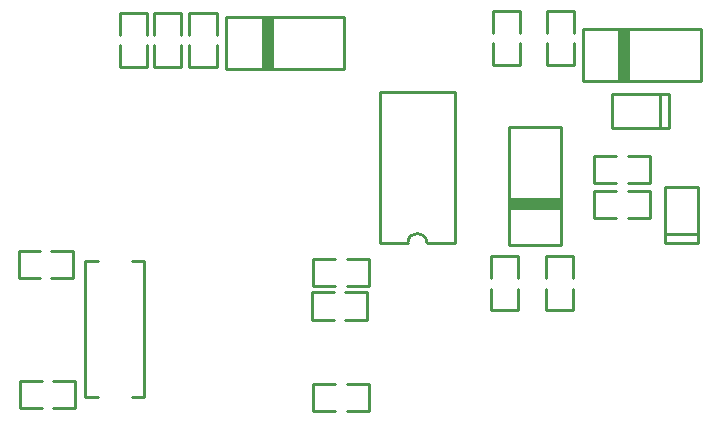
<source format=gbr>
G04 DipTrace 3.0.0.1*
G04 Íèæíÿÿìàðêèðîâêà.gbr*
%MOMM*%
G04 #@! TF.FileFunction,Legend,Bot*
G04 #@! TF.Part,Single*
%ADD10C,0.25*%
%FSLAX35Y35*%
G04*
G71*
G90*
G75*
G01*
G04 BotSilk*
%LPD*%
X6100002Y2258016D2*
D10*
X6285030D1*
Y2028000D1*
X6100002D1*
X5825010Y2258016D2*
X6010038D1*
X5825010D2*
Y2028000D1*
X6010038D2*
X5825010D1*
X3521891Y2377234D2*
X3336863D1*
Y2607250D1*
X3521891D1*
X3796883Y2377234D2*
X3611855D1*
X3796883D2*
Y2607250D1*
X3611855D2*
X3796883D1*
X6096010Y4585500D2*
X5096010D1*
Y4145500D1*
X6096010D1*
Y4585500D1*
G36*
X5396010Y4565480D2*
D1*
Y4165520D1*
D1*
Y4565480D1*
G37*
G36*
X5496010Y4585500D2*
X5396010D1*
Y4145500D1*
X5496010D1*
Y4585500D1*
G37*
X4783241Y4440112D2*
D10*
Y4625140D1*
X5013257D1*
Y4440112D1*
X4783241Y4165120D2*
Y4350148D1*
Y4165120D2*
X5013257D1*
Y4350148D2*
Y4165120D1*
X3537768Y1281854D2*
X3352740D1*
Y1511870D1*
X3537768D1*
X3812760Y1281854D2*
X3627732D1*
X3812760D2*
Y1511870D1*
X3627732D2*
X3812760D1*
X4481617Y4440112D2*
Y4625140D1*
X4711633D1*
Y4440112D1*
X4481617Y4165120D2*
Y4350148D1*
Y4165120D2*
X4711633D1*
Y4350148D2*
Y4165120D1*
X7569216Y2290638D2*
Y2105610D1*
X7339200D1*
Y2290638D1*
X7569216Y2565630D2*
Y2380602D1*
Y2565630D2*
X7339200D1*
Y2380602D2*
Y2565630D1*
X8029516Y2290638D2*
Y2105610D1*
X7799500D1*
Y2290638D1*
X8029516Y2565630D2*
Y2380602D1*
Y2565630D2*
X7799500D1*
Y2380602D2*
Y2565630D1*
X4195867Y4440112D2*
Y4625140D1*
X4425883D1*
Y4440112D1*
X4195867Y4165120D2*
Y4350148D1*
Y4165120D2*
X4425883D1*
Y4350148D2*
Y4165120D1*
X7349184Y4455762D2*
Y4640790D1*
X7579200D1*
Y4455762D1*
X7349184Y4180770D2*
Y4365798D1*
Y4180770D2*
X7579200D1*
Y4365798D2*
Y4180770D1*
X7809484Y4455762D2*
Y4640790D1*
X8039500D1*
Y4455762D1*
X7809484Y4180770D2*
Y4365798D1*
Y4180770D2*
X8039500D1*
Y4365798D2*
Y4180770D1*
X7488133Y3658250D2*
Y2658250D1*
X7928133D1*
Y3658250D1*
X7488133D1*
G36*
X7508153Y2958250D2*
X7908113D1*
D1*
X7508153D1*
G37*
G36*
X7488133Y3058250D2*
X7928133D1*
Y2958250D1*
X7488133D1*
Y3058250D1*
G37*
X9112160Y4490037D2*
D10*
X8112160D1*
Y4050037D1*
X9112160D1*
Y4490037D1*
G36*
X8412160Y4470017D2*
D1*
Y4070057D1*
D1*
Y4470017D1*
G37*
G36*
X8512160Y4490037D2*
X8412160D1*
Y4050037D1*
X8512160D1*
Y4490037D1*
G37*
X8840555Y3653997D2*
D10*
Y3933997D1*
X8835415D2*
X8365105D1*
X8764740Y3653997D2*
Y3933997D1*
X8365105Y3653997D2*
Y3933997D1*
X8835415Y3653997D2*
X8365105D1*
X8806383Y2677455D2*
X9086383D1*
Y2682595D2*
Y3152905D1*
X8806383Y2753270D2*
X9086383D1*
X8806383Y3152905D2*
X9086383D1*
X8806383Y2682595D2*
Y3152905D1*
X4297133Y2522300D2*
X4402133D1*
Y1372250D1*
X3902133Y2522300D2*
Y1372250D1*
X4297133D2*
X4402133D1*
X3902133Y2522300D2*
X4007133D1*
X3902133Y1372250D2*
X4007133D1*
X6116034Y1480217D2*
X6301073D1*
Y1250217D1*
X6116034D1*
X5831073Y1480217D2*
X6016112D1*
X5831073D2*
Y1250217D1*
X6016112D2*
X5831073D1*
X6014299Y2313750D2*
X5829260D1*
Y2543750D1*
X6014299D1*
X6299260Y2313750D2*
X6114221D1*
X6299260D2*
Y2543750D1*
X6114221D2*
X6299260D1*
X8497094Y3115247D2*
X8682133D1*
Y2885247D1*
X8497094D1*
X8212133Y3115247D2*
X8397172D1*
X8212133D2*
Y2885247D1*
X8397172D2*
X8212133D1*
X8497094Y3416877D2*
X8682133D1*
Y3186877D1*
X8497094D1*
X8212133Y3416877D2*
X8397172D1*
X8212133D2*
Y3186877D1*
X8397172D2*
X8212133D1*
X6392623Y2677810D2*
Y3957690D1*
X7032619Y2677810D2*
Y3957690D1*
X6392623D2*
X7032619D1*
X6392623Y2677810D2*
X6632593D1*
X6792649D2*
X7032619D1*
X6632593D2*
G02X6792649Y2677810I80028J-164D01*
G01*
M02*

</source>
